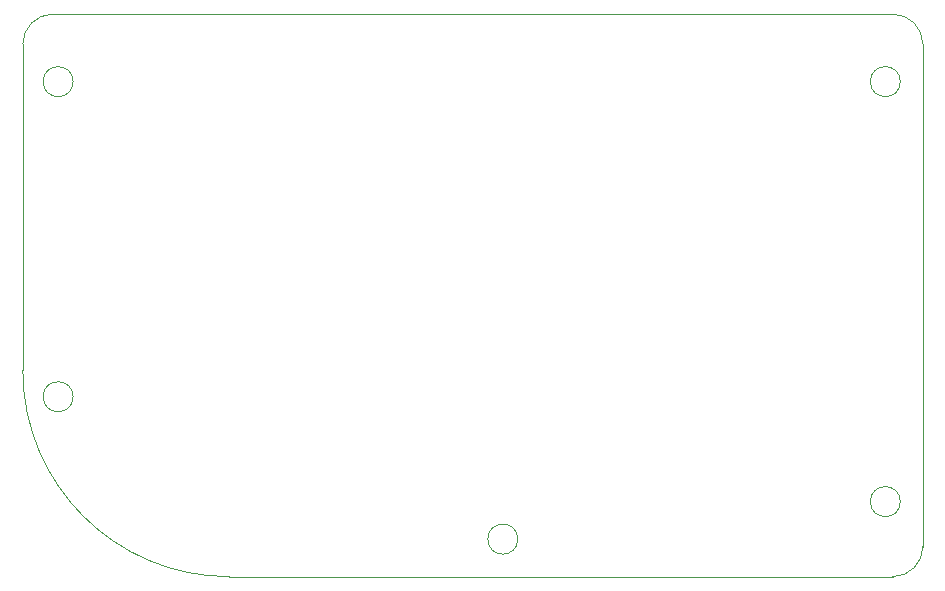
<source format=gbr>
G04 #@! TF.GenerationSoftware,KiCad,Pcbnew,(5.1.5)-3*
G04 #@! TF.CreationDate,2020-08-02T12:18:10-07:00*
G04 #@! TF.ProjectId,4-mill-vent,342d6d69-6c6c-42d7-9665-6e742e6b6963,rev?*
G04 #@! TF.SameCoordinates,Original*
G04 #@! TF.FileFunction,Profile,NP*
%FSLAX46Y46*%
G04 Gerber Fmt 4.6, Leading zero omitted, Abs format (unit mm)*
G04 Created by KiCad (PCBNEW (5.1.5)-3) date 2020-08-02 12:18:10*
%MOMM*%
%LPD*%
G04 APERTURE LIST*
%ADD10C,0.050000*%
G04 APERTURE END LIST*
D10*
X141097000Y-112776000D02*
G75*
G03X141097000Y-112776000I-1270000J0D01*
G01*
X173482000Y-109601000D02*
G75*
G03X173482000Y-109601000I-1270000J0D01*
G01*
X103442000Y-74041000D02*
G75*
G03X103442000Y-74041000I-1270000J0D01*
G01*
X173482000Y-74041000D02*
G75*
G03X173482000Y-74041000I-1270000J0D01*
G01*
X103442000Y-100721000D02*
G75*
G03X103442000Y-100721000I-1270000J0D01*
G01*
X116666989Y-115951000D02*
X172847000Y-115951000D01*
X172847000Y-68326000D02*
X101727000Y-68326000D01*
X116666989Y-115951000D02*
G75*
G02X99187000Y-98490715I-9705J17470284D01*
G01*
X99187000Y-70866000D02*
G75*
G02X101727000Y-68326000I2540000J0D01*
G01*
X172847000Y-68326000D02*
G75*
G02X175387000Y-70866000I0J-2540000D01*
G01*
X175387000Y-70866000D02*
X175387000Y-113411000D01*
X99187000Y-70866000D02*
X99187000Y-98490715D01*
X175387000Y-113411000D02*
G75*
G02X172847000Y-115951000I-2540000J0D01*
G01*
M02*

</source>
